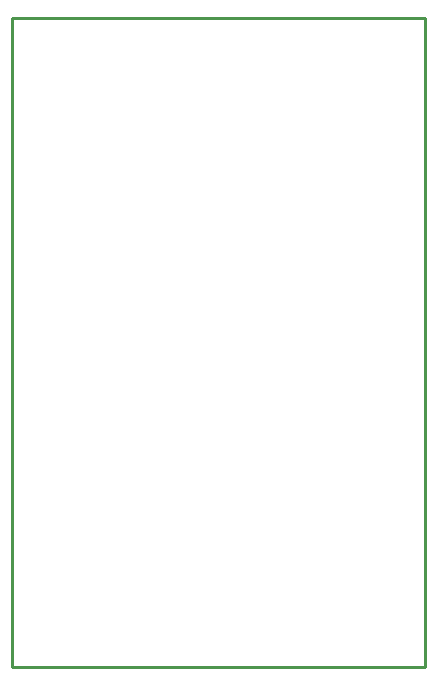
<source format=gko>
G04*
G04 #@! TF.GenerationSoftware,Altium Limited,Altium Designer,24.8.2 (39)*
G04*
G04 Layer_Color=16711935*
%FSLAX23Y23*%
%MOIN*%
G70*
G04*
G04 #@! TF.SameCoordinates,0D03BC48-351D-4F96-96CD-3B8D4E6E46E2*
G04*
G04*
G04 #@! TF.FilePolarity,Positive*
G04*
G01*
G75*
%ADD50C,0.010*%
D50*
X1024Y1024D02*
X2402D01*
X1024Y3189D02*
X2402D01*
Y1024D02*
Y3189D01*
X1024Y1024D02*
Y3189D01*
M02*

</source>
